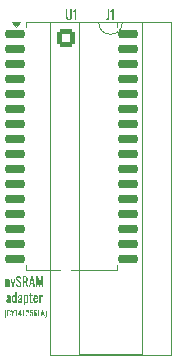
<source format=gbr>
%TF.GenerationSoftware,KiCad,Pcbnew,9.0.2*%
%TF.CreationDate,2025-08-20T10:22:47+06:00*%
%TF.ProjectId,hp3478a-fram,68703334-3738-4612-9d66-72616d2e6b69,rev?*%
%TF.SameCoordinates,Original*%
%TF.FileFunction,Legend,Top*%
%TF.FilePolarity,Positive*%
%FSLAX46Y46*%
G04 Gerber Fmt 4.6, Leading zero omitted, Abs format (unit mm)*
G04 Created by KiCad (PCBNEW 9.0.2) date 2025-08-20 10:22:47*
%MOMM*%
%LPD*%
G01*
G04 APERTURE LIST*
G04 Aperture macros list*
%AMRoundRect*
0 Rectangle with rounded corners*
0 $1 Rounding radius*
0 $2 $3 $4 $5 $6 $7 $8 $9 X,Y pos of 4 corners*
0 Add a 4 corners polygon primitive as box body*
4,1,4,$2,$3,$4,$5,$6,$7,$8,$9,$2,$3,0*
0 Add four circle primitives for the rounded corners*
1,1,$1+$1,$2,$3*
1,1,$1+$1,$4,$5*
1,1,$1+$1,$6,$7*
1,1,$1+$1,$8,$9*
0 Add four rect primitives between the rounded corners*
20,1,$1+$1,$2,$3,$4,$5,0*
20,1,$1+$1,$4,$5,$6,$7,0*
20,1,$1+$1,$6,$7,$8,$9,0*
20,1,$1+$1,$8,$9,$2,$3,0*%
G04 Aperture macros list end*
%ADD10C,0.100000*%
%ADD11C,0.150000*%
%ADD12C,0.120000*%
%ADD13RoundRect,0.250000X-0.550000X-0.550000X0.550000X-0.550000X0.550000X0.550000X-0.550000X0.550000X0*%
%ADD14C,1.600000*%
%ADD15RoundRect,0.150000X-0.737500X-0.150000X0.737500X-0.150000X0.737500X0.150000X-0.737500X0.150000X0*%
G04 APERTURE END LIST*
D10*
G36*
X63687609Y-76250799D02*
G01*
X63657579Y-76247211D01*
X63632910Y-76237738D01*
X63612445Y-76222575D01*
X63595529Y-76201095D01*
X63578730Y-76167296D01*
X63566224Y-76127509D01*
X63558435Y-76080714D01*
X63553147Y-76004179D01*
X63551107Y-75897288D01*
X63553150Y-75789815D01*
X63558435Y-75713220D01*
X63566216Y-75666403D01*
X63578718Y-75626485D01*
X63595529Y-75592472D01*
X63612475Y-75570847D01*
X63632943Y-75555711D01*
X63657593Y-75546398D01*
X63687609Y-75543105D01*
X63687609Y-75593510D01*
X63674548Y-75596041D01*
X63663211Y-75602969D01*
X63653089Y-75615096D01*
X63644194Y-75634116D01*
X63633190Y-75676402D01*
X63626700Y-75731416D01*
X63624168Y-75793089D01*
X63623189Y-75879794D01*
X63623189Y-75929497D01*
X63624250Y-76010542D01*
X63627036Y-76070211D01*
X63633856Y-76123611D01*
X63644897Y-76163299D01*
X63653646Y-76180845D01*
X63663583Y-76192155D01*
X63674740Y-76198685D01*
X63687609Y-76201095D01*
X63687609Y-76250799D01*
G37*
G36*
X63894788Y-76121289D02*
G01*
X63860523Y-76118911D01*
X63832567Y-76112322D01*
X63809792Y-76102095D01*
X63791302Y-76088454D01*
X63776482Y-76071250D01*
X63762356Y-76045835D01*
X63751629Y-76015034D01*
X63744692Y-75977824D01*
X63742197Y-75933008D01*
X63742197Y-75732790D01*
X63744723Y-75685101D01*
X63751644Y-75646645D01*
X63762167Y-75615859D01*
X63775780Y-75591404D01*
X63790238Y-75574961D01*
X63808544Y-75561818D01*
X63831381Y-75551886D01*
X63859727Y-75545442D01*
X63894788Y-75543105D01*
X63933044Y-75546150D01*
X63962984Y-75554471D01*
X63986323Y-75567276D01*
X64004330Y-75584412D01*
X64017933Y-75605607D01*
X64028322Y-75632163D01*
X64035109Y-75665232D01*
X64037578Y-75706198D01*
X64037578Y-75750986D01*
X63962687Y-75750986D01*
X63962687Y-75711113D01*
X63961670Y-75674194D01*
X63959176Y-75650908D01*
X63952855Y-75631770D01*
X63941346Y-75617294D01*
X63930982Y-75610768D01*
X63916190Y-75606362D01*
X63895490Y-75604685D01*
X63874401Y-75606463D01*
X63858852Y-75611207D01*
X63847527Y-75618362D01*
X63834704Y-75634233D01*
X63826857Y-75656159D01*
X63823356Y-75682356D01*
X63821973Y-75720914D01*
X63821973Y-75945587D01*
X63823973Y-75986624D01*
X63828964Y-76013517D01*
X63838612Y-76035177D01*
X63851740Y-76048504D01*
X63869440Y-76056105D01*
X63895490Y-76059007D01*
X63915151Y-76057285D01*
X63929671Y-76052679D01*
X63940278Y-76045696D01*
X63952080Y-76030323D01*
X63958840Y-76009303D01*
X63961592Y-75984092D01*
X63962687Y-75946289D01*
X63962687Y-75904310D01*
X64037578Y-75904310D01*
X64037578Y-75946289D01*
X64035211Y-75989544D01*
X64028694Y-76024750D01*
X64018724Y-76053243D01*
X64005735Y-76076165D01*
X63988109Y-76094921D01*
X63964769Y-76108874D01*
X63934319Y-76117951D01*
X63894788Y-76121289D01*
G37*
G36*
X64200000Y-75914812D02*
G01*
X64077481Y-75547990D01*
X64150998Y-75547990D01*
X64237796Y-75821694D01*
X64323189Y-75547990D01*
X64397378Y-75547990D01*
X64275593Y-75914812D01*
X64275593Y-76115000D01*
X64200000Y-76115000D01*
X64200000Y-75914812D01*
G37*
G36*
X64525362Y-75645992D02*
G01*
X64519746Y-75648094D01*
X64482985Y-75655792D01*
X64426657Y-75666295D01*
X64426657Y-75609600D01*
X64469988Y-75596682D01*
X64502612Y-75581860D01*
X64526578Y-75565576D01*
X64543558Y-75547990D01*
X64600252Y-75547990D01*
X64600252Y-76115000D01*
X64525362Y-76115000D01*
X64525362Y-75645992D01*
G37*
G36*
X64946528Y-75896585D02*
G01*
X65010214Y-75896585D01*
X65010214Y-75963111D01*
X64946528Y-75963111D01*
X64946528Y-76115000D01*
X64875117Y-76115000D01*
X64875117Y-75963111D01*
X64710620Y-75963111D01*
X64710620Y-75896585D01*
X64782732Y-75896585D01*
X64875117Y-75896585D01*
X64875117Y-75639001D01*
X64782732Y-75896585D01*
X64710620Y-75896585D01*
X64710620Y-75884709D01*
X64858326Y-75547990D01*
X64946528Y-75547990D01*
X64946528Y-75896585D01*
G37*
G36*
X65064741Y-75547990D02*
G01*
X65284560Y-75547990D01*
X65284560Y-75606791D01*
X65143845Y-75606791D01*
X65143845Y-75794400D01*
X65257968Y-75794400D01*
X65257968Y-75850393D01*
X65143845Y-75850393D01*
X65143845Y-76058305D01*
X65285964Y-76058305D01*
X65285964Y-76115000D01*
X65064741Y-76115000D01*
X65064741Y-75547990D01*
G37*
G36*
X65334141Y-76061785D02*
G01*
X65478336Y-75837112D01*
X65492349Y-75816107D01*
X65514613Y-75778221D01*
X65528039Y-75751017D01*
X65536258Y-75723489D01*
X65539244Y-75688704D01*
X65537502Y-75661798D01*
X65532850Y-75641497D01*
X65525933Y-75626392D01*
X65515466Y-75614530D01*
X65501410Y-75607297D01*
X65482549Y-75604685D01*
X65462900Y-75607316D01*
X65447267Y-75614764D01*
X65434653Y-75627151D01*
X65424740Y-75645596D01*
X65417947Y-75672033D01*
X65415352Y-75709007D01*
X65415352Y-75727905D01*
X65340430Y-75727905D01*
X65340430Y-75708305D01*
X65342848Y-75667768D01*
X65349530Y-75634641D01*
X65359816Y-75607674D01*
X65373342Y-75585817D01*
X65391301Y-75567879D01*
X65414102Y-75554664D01*
X65442837Y-75546182D01*
X65479038Y-75543105D01*
X65512476Y-75545808D01*
X65539812Y-75553340D01*
X65562206Y-75565174D01*
X65580521Y-75581268D01*
X65594860Y-75601134D01*
X65605545Y-75625180D01*
X65612384Y-75654251D01*
X65614837Y-75689406D01*
X65612719Y-75722633D01*
X65606777Y-75750650D01*
X65597677Y-75776437D01*
X65587543Y-75797209D01*
X65552555Y-75853202D01*
X65422343Y-76051985D01*
X65601557Y-76051985D01*
X65601557Y-76115000D01*
X65334141Y-76115000D01*
X65334141Y-76061785D01*
G37*
G36*
X65810170Y-76120587D02*
G01*
X65773454Y-76117541D01*
X65744684Y-76109201D01*
X65722201Y-76096310D01*
X65704810Y-76078943D01*
X65691838Y-76057676D01*
X65681877Y-76030932D01*
X65675347Y-75997536D01*
X65672967Y-75956089D01*
X65747858Y-75956089D01*
X65749518Y-75987761D01*
X65754025Y-76012806D01*
X65760803Y-76032415D01*
X65768673Y-76044795D01*
X65779307Y-76053562D01*
X65793252Y-76059097D01*
X65811544Y-76061113D01*
X65829921Y-76059035D01*
X65843793Y-76053343D01*
X65854256Y-76044322D01*
X65865450Y-76025482D01*
X65872117Y-75999870D01*
X65874877Y-75969880D01*
X65875963Y-75925986D01*
X65874677Y-75885439D01*
X65871414Y-75857751D01*
X65864232Y-75834430D01*
X65853188Y-75818550D01*
X65843236Y-75811306D01*
X65829935Y-75806629D01*
X65812247Y-75804903D01*
X65791818Y-75808251D01*
X65774114Y-75818214D01*
X65759732Y-75833171D01*
X65749262Y-75851797D01*
X65685546Y-75851797D01*
X65685546Y-75547990D01*
X65929849Y-75547990D01*
X65929849Y-75622911D01*
X65753445Y-75622911D01*
X65748560Y-75779685D01*
X65764554Y-75766189D01*
X65783160Y-75756437D01*
X65804890Y-75750352D01*
X65830443Y-75748208D01*
X65862360Y-75751337D01*
X65887572Y-75759997D01*
X65907543Y-75773673D01*
X65923194Y-75792660D01*
X65934499Y-75815049D01*
X65943169Y-75842443D01*
X65948814Y-75875791D01*
X65950854Y-75916186D01*
X65948511Y-75965716D01*
X65942043Y-76006435D01*
X65932156Y-76039698D01*
X65919347Y-76066700D01*
X65905309Y-76085672D01*
X65887982Y-76100391D01*
X65866911Y-76111225D01*
X65841320Y-76118117D01*
X65810170Y-76120587D01*
G37*
G36*
X66185911Y-75545620D02*
G01*
X66213137Y-75552660D01*
X66235776Y-75563746D01*
X66254601Y-75578795D01*
X66269696Y-75597606D01*
X66281037Y-75620354D01*
X66288526Y-75647819D01*
X66291695Y-75681010D01*
X66292397Y-75689406D01*
X66216804Y-75689406D01*
X66214913Y-75660584D01*
X66209971Y-75639881D01*
X66202791Y-75625354D01*
X66191837Y-75614391D01*
X66175888Y-75607336D01*
X66153087Y-75604685D01*
X66135161Y-75607429D01*
X66120507Y-75615378D01*
X66108269Y-75629069D01*
X66098342Y-75650196D01*
X66091389Y-75681351D01*
X66088699Y-75725799D01*
X66088699Y-75811894D01*
X66102221Y-75795813D01*
X66121244Y-75783196D01*
X66143861Y-75775443D01*
X66171314Y-75772693D01*
X66204153Y-75775727D01*
X66229914Y-75784075D01*
X66250126Y-75797131D01*
X66265806Y-75815039D01*
X66277184Y-75836418D01*
X66285958Y-75863046D01*
X66291710Y-75895992D01*
X66293802Y-75936489D01*
X66291368Y-75978555D01*
X66284526Y-76014317D01*
X66273802Y-76044714D01*
X66259486Y-76070547D01*
X66240357Y-76092416D01*
X66216917Y-76108035D01*
X66188289Y-76117803D01*
X66153087Y-76121289D01*
X66119097Y-76117813D01*
X66091092Y-76108005D01*
X66067805Y-76092184D01*
X66048460Y-76069845D01*
X66033969Y-76043645D01*
X66023143Y-76012992D01*
X66016253Y-75977117D01*
X66013808Y-75935115D01*
X66013808Y-75867887D01*
X66088699Y-75867887D01*
X66088699Y-75952609D01*
X66090615Y-75984625D01*
X66095835Y-76010004D01*
X66103750Y-76029972D01*
X66115965Y-76046142D01*
X66131988Y-76055647D01*
X66153087Y-76059007D01*
X66174703Y-76055651D01*
X66190943Y-76046218D01*
X66203157Y-76030308D01*
X66211097Y-76010584D01*
X66216305Y-75985755D01*
X66218209Y-75954685D01*
X66217214Y-75914200D01*
X66214698Y-75886816D01*
X66208388Y-75863420D01*
X66197204Y-75845508D01*
X66186764Y-75836944D01*
X66172483Y-75831431D01*
X66153087Y-75829388D01*
X66132513Y-75832249D01*
X66114955Y-75840593D01*
X66100075Y-75853110D01*
X66088699Y-75867887D01*
X66013808Y-75867887D01*
X66013808Y-75743995D01*
X66016140Y-75697315D01*
X66022648Y-75658076D01*
X66032731Y-75625195D01*
X66045987Y-75597724D01*
X66060360Y-75578296D01*
X66077730Y-75563342D01*
X66098479Y-75552433D01*
X66123289Y-75545553D01*
X66153087Y-75543105D01*
X66185911Y-75545620D01*
G37*
G36*
X66368998Y-75547990D02*
G01*
X66448102Y-75547990D01*
X66448102Y-76058305D01*
X66592999Y-76058305D01*
X66592999Y-76115000D01*
X66368998Y-76115000D01*
X66368998Y-75547990D01*
G37*
G36*
X66933474Y-76115000D02*
G01*
X66858583Y-76115000D01*
X66832663Y-75972209D01*
X66717166Y-75972209D01*
X66689872Y-76115000D01*
X66615683Y-76115000D01*
X66658036Y-75915514D01*
X66727669Y-75915514D01*
X66822160Y-75915514D01*
X66774563Y-75660006D01*
X66727669Y-75915514D01*
X66658036Y-75915514D01*
X66736065Y-75547990D01*
X66812360Y-75547990D01*
X66933474Y-76115000D01*
G37*
G36*
X66967057Y-76200393D02*
G01*
X66980127Y-76197866D01*
X66991524Y-76190940D01*
X67001752Y-76178809D01*
X67010807Y-76159788D01*
X67022070Y-76117418D01*
X67028637Y-76062151D01*
X67031171Y-76000159D01*
X67032148Y-75913408D01*
X67032148Y-75864406D01*
X67031087Y-75783338D01*
X67028301Y-75723692D01*
X67021409Y-75670314D01*
X67010105Y-75630605D01*
X67001196Y-75613056D01*
X66991151Y-75601742D01*
X66979934Y-75595215D01*
X66967057Y-75592808D01*
X66967057Y-75543105D01*
X66997461Y-75546394D01*
X67022326Y-75555673D01*
X67042869Y-75570704D01*
X67059778Y-75592106D01*
X67076593Y-75625907D01*
X67089109Y-75665704D01*
X67096903Y-75712518D01*
X67102212Y-75789025D01*
X67104261Y-75895914D01*
X67102210Y-76003391D01*
X67096903Y-76080012D01*
X67089119Y-76126806D01*
X67076607Y-76166714D01*
X67059778Y-76200729D01*
X67042853Y-76222350D01*
X67022291Y-76237624D01*
X66997422Y-76247178D01*
X66967057Y-76250799D01*
X66967057Y-76200393D01*
G37*
G36*
X63599623Y-72972658D02*
G01*
X63719449Y-72972658D01*
X63719449Y-73036503D01*
X63760754Y-73002940D01*
X63800412Y-72980592D01*
X63839034Y-72967827D01*
X63877376Y-72963670D01*
X63910320Y-72968272D01*
X63934590Y-72980970D01*
X63952407Y-73001772D01*
X63964485Y-73028036D01*
X63972119Y-73059067D01*
X63974829Y-73095854D01*
X63974829Y-73620000D01*
X63855003Y-73620000D01*
X63855003Y-73130537D01*
X63851762Y-73096346D01*
X63843768Y-73075680D01*
X63828981Y-73062639D01*
X63803468Y-73057752D01*
X63780722Y-73061422D01*
X63753258Y-73073853D01*
X63719449Y-73098101D01*
X63719449Y-73620000D01*
X63599623Y-73620000D01*
X63599623Y-72972658D01*
G37*
G36*
X64047564Y-72972658D02*
G01*
X64168513Y-72972658D01*
X64248039Y-73493433D01*
X64328688Y-72972658D01*
X64445143Y-72972658D01*
X64321947Y-73620000D01*
X64175255Y-73620000D01*
X64047564Y-72972658D01*
G37*
G36*
X64745904Y-73630062D02*
G01*
X64689483Y-73625169D01*
X64642807Y-73611430D01*
X64603995Y-73589603D01*
X64571710Y-73559525D01*
X64546229Y-73522973D01*
X64526365Y-73479371D01*
X64512409Y-73427469D01*
X64505080Y-73365743D01*
X64617090Y-73335505D01*
X64623969Y-73393334D01*
X64635631Y-73439747D01*
X64651235Y-73476678D01*
X64667913Y-73500234D01*
X64688649Y-73516668D01*
X64714176Y-73526805D01*
X64745904Y-73530411D01*
X64777611Y-73527010D01*
X64801837Y-73517683D01*
X64820349Y-73502958D01*
X64833772Y-73483187D01*
X64842397Y-73457453D01*
X64845555Y-73424019D01*
X64842698Y-73387304D01*
X64834680Y-73356685D01*
X64822010Y-73331060D01*
X64793692Y-73294520D01*
X64747027Y-73249288D01*
X64594668Y-73114856D01*
X64554289Y-73072019D01*
X64528039Y-73028101D01*
X64516960Y-72996429D01*
X64509862Y-72958874D01*
X64507327Y-72914382D01*
X64511302Y-72864918D01*
X64522477Y-72823610D01*
X64540191Y-72788966D01*
X64564431Y-72759874D01*
X64594488Y-72736533D01*
X64629731Y-72719483D01*
X64671167Y-72708763D01*
X64720112Y-72704968D01*
X64773899Y-72709060D01*
X64817725Y-72720422D01*
X64853445Y-72738161D01*
X64882484Y-72762072D01*
X64905543Y-72791840D01*
X64924610Y-72830022D01*
X64939259Y-72878378D01*
X64948625Y-72939050D01*
X64841109Y-72968164D01*
X64834485Y-72915415D01*
X64823896Y-72875387D01*
X64810286Y-72845554D01*
X64790020Y-72822317D01*
X64761020Y-72807794D01*
X64720112Y-72802421D01*
X64688969Y-72805547D01*
X64664867Y-72814133D01*
X64646204Y-72827627D01*
X64632470Y-72846000D01*
X64623682Y-72870218D01*
X64620460Y-72902072D01*
X64624063Y-72940404D01*
X64633894Y-72969874D01*
X64651078Y-72996193D01*
X64679811Y-73025268D01*
X64833245Y-73159699D01*
X64887220Y-73215336D01*
X64927864Y-73273907D01*
X64947267Y-73316218D01*
X64959109Y-73362593D01*
X64963182Y-73413907D01*
X64959065Y-73463112D01*
X64947377Y-73505005D01*
X64928639Y-73540920D01*
X64902707Y-73571835D01*
X64870826Y-73596933D01*
X64834660Y-73614984D01*
X64793386Y-73626158D01*
X64745904Y-73630062D01*
G37*
G36*
X65314066Y-72717086D02*
G01*
X65369408Y-72728773D01*
X65412540Y-72746446D01*
X65445806Y-72769351D01*
X65472341Y-72799583D01*
X65492359Y-72838817D01*
X65505439Y-72889216D01*
X65510237Y-72953607D01*
X65506245Y-73014669D01*
X65495384Y-73062590D01*
X65478901Y-73099895D01*
X65457399Y-73128622D01*
X65430775Y-73150190D01*
X65398227Y-73165268D01*
X65527041Y-73620000D01*
X65404920Y-73620000D01*
X65286218Y-73194382D01*
X65187641Y-73194382D01*
X65187641Y-73620000D01*
X65061075Y-73620000D01*
X65061075Y-73103670D01*
X65187641Y-73103670D01*
X65235806Y-73103670D01*
X65289557Y-73099296D01*
X65327167Y-73087906D01*
X65352847Y-73071186D01*
X65370887Y-73046856D01*
X65383285Y-73009386D01*
X65388116Y-72953607D01*
X65384621Y-72900754D01*
X65375806Y-72865680D01*
X65358785Y-72838026D01*
X65332135Y-72818639D01*
X65297217Y-72807795D01*
X65243670Y-72803496D01*
X65187641Y-72803496D01*
X65187641Y-73103670D01*
X65061075Y-73103670D01*
X65061075Y-72712784D01*
X65243670Y-72712784D01*
X65314066Y-72717086D01*
G37*
G36*
X66101012Y-73620000D02*
G01*
X65981186Y-73620000D01*
X65939714Y-73391535D01*
X65754920Y-73391535D01*
X65711249Y-73620000D01*
X65592547Y-73620000D01*
X65660311Y-73300823D01*
X65771724Y-73300823D01*
X65922910Y-73300823D01*
X65846755Y-72892009D01*
X65771724Y-73300823D01*
X65660311Y-73300823D01*
X65785157Y-72712784D01*
X65907229Y-72712784D01*
X66101012Y-73620000D01*
G37*
G36*
X66207404Y-72712784D02*
G01*
X66331724Y-72712784D01*
X66491849Y-73448639D01*
X66653147Y-72712784D01*
X66776343Y-72712784D01*
X66793147Y-73620000D01*
X66691200Y-73620000D01*
X66681137Y-72961423D01*
X66527704Y-73620000D01*
X66456043Y-73620000D01*
X66303684Y-72961423D01*
X66293622Y-73620000D01*
X66190600Y-73620000D01*
X66207404Y-72712784D01*
G37*
G36*
X63930197Y-74311394D02*
G01*
X63966968Y-74321616D01*
X63995965Y-74337427D01*
X64018646Y-74358668D01*
X64035747Y-74384857D01*
X64048877Y-74418137D01*
X64057502Y-74460095D01*
X64060656Y-74512639D01*
X64060656Y-74808319D01*
X64063351Y-74882213D01*
X64071842Y-74964000D01*
X63962079Y-74964000D01*
X63946399Y-74868794D01*
X63928000Y-74909194D01*
X63899895Y-74942702D01*
X63876318Y-74959247D01*
X63848535Y-74969381D01*
X63815387Y-74972939D01*
X63780176Y-74967610D01*
X63748709Y-74951690D01*
X63722424Y-74927232D01*
X63702254Y-74895709D01*
X63689638Y-74860080D01*
X63685450Y-74822876D01*
X63688408Y-74785898D01*
X63805275Y-74785898D01*
X63809339Y-74823368D01*
X63819832Y-74848082D01*
X63837569Y-74864360D01*
X63862428Y-74869917D01*
X63885022Y-74865548D01*
X63908297Y-74851452D01*
X63928486Y-74832455D01*
X63940830Y-74816184D01*
X63940830Y-74632464D01*
X63866336Y-74678968D01*
X63842100Y-74700254D01*
X63822616Y-74724348D01*
X63809768Y-74752055D01*
X63805275Y-74785898D01*
X63688408Y-74785898D01*
X63689439Y-74773012D01*
X63700535Y-74732354D01*
X63717934Y-74699143D01*
X63741629Y-74669517D01*
X63769138Y-74644410D01*
X63800781Y-74623525D01*
X63856554Y-74595605D01*
X63940830Y-74559680D01*
X63940830Y-74513762D01*
X63936911Y-74454771D01*
X63927934Y-74423588D01*
X63917015Y-74409455D01*
X63900396Y-74400586D01*
X63875861Y-74397258D01*
X63851614Y-74400816D01*
X63833558Y-74410720D01*
X63820104Y-74427209D01*
X63811024Y-74452250D01*
X63807522Y-74489143D01*
X63807522Y-74521578D01*
X63688820Y-74517133D01*
X63693412Y-74462476D01*
X63703742Y-74419184D01*
X63718806Y-74385154D01*
X63738108Y-74358668D01*
X63763109Y-74337484D01*
X63794647Y-74321639D01*
X63834196Y-74311393D01*
X63883677Y-74307670D01*
X63930197Y-74311394D01*
G37*
G36*
X64549727Y-74964000D02*
G01*
X64429902Y-74964000D01*
X64429902Y-74922576D01*
X64396107Y-74951419D01*
X64361746Y-74967632D01*
X64325708Y-74972939D01*
X64284857Y-74968768D01*
X64251700Y-74957072D01*
X64224587Y-74938315D01*
X64202512Y-74911927D01*
X64187285Y-74881480D01*
X64174951Y-74839693D01*
X64166509Y-74783587D01*
X64163335Y-74709743D01*
X64163335Y-74584300D01*
X64165774Y-74537258D01*
X64283161Y-74537258D01*
X64283161Y-74719854D01*
X64287402Y-74793394D01*
X64297718Y-74838556D01*
X64310846Y-74861148D01*
X64329657Y-74874206D01*
X64355994Y-74878856D01*
X64391259Y-74873067D01*
X64429902Y-74854237D01*
X64429902Y-74429743D01*
X64401254Y-74413370D01*
X64376142Y-74404499D01*
X64353747Y-74401752D01*
X64330753Y-74406088D01*
X64312514Y-74418842D01*
X64297849Y-74441828D01*
X64287346Y-74479299D01*
X64283161Y-74537258D01*
X64165774Y-74537258D01*
X64167784Y-74498489D01*
X64179734Y-74432174D01*
X64197480Y-74381627D01*
X64218091Y-74349293D01*
X64244860Y-74326725D01*
X64278884Y-74312708D01*
X64322386Y-74307670D01*
X64358516Y-74312911D01*
X64393991Y-74329092D01*
X64429902Y-74358082D01*
X64429902Y-74056784D01*
X64549727Y-74056784D01*
X64549727Y-74964000D01*
G37*
G36*
X64901698Y-74311394D02*
G01*
X64938469Y-74321616D01*
X64967465Y-74337427D01*
X64990146Y-74358668D01*
X65007247Y-74384857D01*
X65020377Y-74418137D01*
X65029002Y-74460095D01*
X65032156Y-74512639D01*
X65032156Y-74808319D01*
X65034851Y-74882213D01*
X65043342Y-74964000D01*
X64933579Y-74964000D01*
X64917899Y-74868794D01*
X64899501Y-74909194D01*
X64871395Y-74942702D01*
X64847818Y-74959247D01*
X64820035Y-74969381D01*
X64786887Y-74972939D01*
X64751676Y-74967610D01*
X64720209Y-74951690D01*
X64693924Y-74927232D01*
X64673754Y-74895709D01*
X64661138Y-74860080D01*
X64656950Y-74822876D01*
X64659908Y-74785898D01*
X64776776Y-74785898D01*
X64780840Y-74823368D01*
X64791332Y-74848082D01*
X64809069Y-74864360D01*
X64833928Y-74869917D01*
X64856522Y-74865548D01*
X64879797Y-74851452D01*
X64899986Y-74832455D01*
X64912330Y-74816184D01*
X64912330Y-74632464D01*
X64837836Y-74678968D01*
X64813600Y-74700254D01*
X64794117Y-74724348D01*
X64781268Y-74752055D01*
X64776776Y-74785898D01*
X64659908Y-74785898D01*
X64660939Y-74773012D01*
X64672035Y-74732354D01*
X64689434Y-74699143D01*
X64713129Y-74669517D01*
X64740638Y-74644410D01*
X64772281Y-74623525D01*
X64828055Y-74595605D01*
X64912330Y-74559680D01*
X64912330Y-74513762D01*
X64908411Y-74454771D01*
X64899434Y-74423588D01*
X64888516Y-74409455D01*
X64871897Y-74400586D01*
X64847362Y-74397258D01*
X64823114Y-74400816D01*
X64805059Y-74410720D01*
X64791604Y-74427209D01*
X64782525Y-74452250D01*
X64779023Y-74489143D01*
X64779023Y-74521578D01*
X64660321Y-74517133D01*
X64664913Y-74462476D01*
X64675242Y-74419184D01*
X64690307Y-74385154D01*
X64709609Y-74358668D01*
X64734609Y-74337484D01*
X64766147Y-74321639D01*
X64805696Y-74311393D01*
X64855178Y-74307670D01*
X64901698Y-74311394D01*
G37*
G36*
X65432305Y-74312806D02*
G01*
X65464693Y-74327045D01*
X65489694Y-74350035D01*
X65508332Y-74383288D01*
X65524579Y-74434452D01*
X65534587Y-74490051D01*
X65538032Y-74550741D01*
X65538032Y-74707496D01*
X65533428Y-74786225D01*
X65520827Y-74849340D01*
X65501639Y-74899617D01*
X65480081Y-74931812D01*
X65452900Y-74954204D01*
X65419112Y-74968014D01*
X65376734Y-74972939D01*
X65340926Y-74967184D01*
X65304768Y-74949080D01*
X65266971Y-74915835D01*
X65266971Y-75176784D01*
X65147145Y-75176784D01*
X65147145Y-74435360D01*
X65266971Y-74435360D01*
X65266971Y-74849743D01*
X65294269Y-74866046D01*
X65322821Y-74875638D01*
X65353238Y-74878856D01*
X65377714Y-74874125D01*
X65394894Y-74860713D01*
X65406434Y-74836896D01*
X65414715Y-74789214D01*
X65418206Y-74707496D01*
X65418206Y-74550741D01*
X65414318Y-74483258D01*
X65404724Y-74440392D01*
X65392410Y-74418789D01*
X65374377Y-74406246D01*
X65348743Y-74401752D01*
X65322237Y-74405222D01*
X65295219Y-74416020D01*
X65266971Y-74435360D01*
X65147145Y-74435360D01*
X65147145Y-74316658D01*
X65266971Y-74316658D01*
X65266971Y-74368145D01*
X65295468Y-74340860D01*
X65325139Y-74322283D01*
X65356460Y-74311349D01*
X65390167Y-74307670D01*
X65432305Y-74312806D01*
G37*
G36*
X65819057Y-74972939D02*
G01*
X65774676Y-74968283D01*
X65740897Y-74955554D01*
X65715203Y-74935544D01*
X65696168Y-74907558D01*
X65683699Y-74869542D01*
X65679057Y-74818382D01*
X65679057Y-74396184D01*
X65610718Y-74396184D01*
X65610718Y-74316658D01*
X65679057Y-74316658D01*
X65679057Y-74127370D01*
X65798883Y-74127370D01*
X65798883Y-74316658D01*
X65903077Y-74316658D01*
X65903077Y-74396184D01*
X65798883Y-74396184D01*
X65798883Y-74810566D01*
X65802546Y-74846314D01*
X65811193Y-74865423D01*
X65827390Y-74876566D01*
X65858283Y-74881103D01*
X65901954Y-74877782D01*
X65901954Y-74966247D01*
X65857889Y-74971341D01*
X65819057Y-74972939D01*
G37*
G36*
X66221878Y-74311874D02*
G01*
X66260249Y-74323136D01*
X66288590Y-74340154D01*
X66311643Y-74364110D01*
X66329209Y-74394132D01*
X66341249Y-74431452D01*
X66350485Y-74495315D01*
X66354145Y-74589917D01*
X66354145Y-74642576D01*
X66098764Y-74642576D01*
X66098764Y-74772464D01*
X66101164Y-74812054D01*
X66107337Y-74839599D01*
X66116106Y-74858145D01*
X66129604Y-74872483D01*
X66147598Y-74881289D01*
X66171598Y-74884474D01*
X66195394Y-74881193D01*
X66211895Y-74872359D01*
X66223084Y-74858145D01*
X66232603Y-74828108D01*
X66236517Y-74778082D01*
X66236517Y-74738856D01*
X66353021Y-74738856D01*
X66353021Y-74763525D01*
X66349814Y-74815193D01*
X66340954Y-74857313D01*
X66327302Y-74891529D01*
X66309302Y-74919205D01*
X66285669Y-74941687D01*
X66255699Y-74958334D01*
X66217957Y-74969048D01*
X66170474Y-74972939D01*
X66121044Y-74969285D01*
X66083010Y-74959403D01*
X66053970Y-74944411D01*
X66029559Y-74922844D01*
X66010177Y-74895051D01*
X65995743Y-74859854D01*
X65983628Y-74799521D01*
X65978939Y-74714237D01*
X65978939Y-74566421D01*
X65980056Y-74542876D01*
X66098764Y-74542876D01*
X66098764Y-74577607D01*
X66236517Y-74577607D01*
X66236517Y-74519380D01*
X66232628Y-74458119D01*
X66223621Y-74424760D01*
X66212465Y-74409390D01*
X66195178Y-74399791D01*
X66169351Y-74396184D01*
X66142678Y-74399871D01*
X66125094Y-74409617D01*
X66112940Y-74426133D01*
X66104333Y-74453874D01*
X66100382Y-74488086D01*
X66098764Y-74542876D01*
X65980056Y-74542876D01*
X65982247Y-74496665D01*
X65991144Y-74442505D01*
X66004342Y-74401064D01*
X66020949Y-74369854D01*
X66044387Y-74343999D01*
X66075689Y-74324787D01*
X66116794Y-74312278D01*
X66170474Y-74307670D01*
X66221878Y-74311874D01*
G37*
G36*
X66465910Y-74316658D02*
G01*
X66585736Y-74316658D01*
X66585736Y-74408494D01*
X66621730Y-74359538D01*
X66654612Y-74331215D01*
X66691163Y-74314311D01*
X66729106Y-74308794D01*
X66748157Y-74309917D01*
X66748157Y-74442101D01*
X66712706Y-74431788D01*
X66682065Y-74428619D01*
X66654235Y-74432193D01*
X66629993Y-74442639D01*
X66608658Y-74460510D01*
X66585736Y-74491341D01*
X66585736Y-74964000D01*
X66465910Y-74964000D01*
X66465910Y-74316658D01*
G37*
D11*
G36*
X72117809Y-50962537D02*
G01*
X72171165Y-50959403D01*
X72202366Y-50951937D01*
X72225405Y-50936887D01*
X72239882Y-50912760D01*
X72247002Y-50880285D01*
X72249994Y-50824784D01*
X72249994Y-50124784D01*
X72375437Y-50124784D01*
X72375437Y-50827031D01*
X72370706Y-50904509D01*
X72358633Y-50957554D01*
X72344281Y-50987578D01*
X72324457Y-51011373D01*
X72298696Y-51029801D01*
X72268964Y-51042030D01*
X72229651Y-51050238D01*
X72178333Y-51053297D01*
X72117809Y-51053297D01*
X72117809Y-50962537D01*
G37*
G36*
X72638388Y-50281588D02*
G01*
X72629403Y-50284951D01*
X72570587Y-50297268D01*
X72480461Y-50314072D01*
X72480461Y-50223360D01*
X72549791Y-50202691D01*
X72601989Y-50178976D01*
X72640335Y-50152922D01*
X72667502Y-50124784D01*
X72758214Y-50124784D01*
X72758214Y-51032000D01*
X72638388Y-51032000D01*
X72638388Y-50281588D01*
G37*
G36*
X68979009Y-51042062D02*
G01*
X68916514Y-51037230D01*
X68868025Y-51024095D01*
X68830607Y-51004009D01*
X68799099Y-50975580D01*
X68774736Y-50940497D01*
X68757237Y-50897617D01*
X68746640Y-50851613D01*
X68739652Y-50795091D01*
X68737111Y-50726256D01*
X68737111Y-50124784D01*
X68858060Y-50124784D01*
X68858060Y-50731825D01*
X68861302Y-50800828D01*
X68869829Y-50851846D01*
X68882142Y-50888678D01*
X68896825Y-50911735D01*
X68916952Y-50928156D01*
X68943654Y-50938590D01*
X68979009Y-50942411D01*
X69014391Y-50938589D01*
X69041108Y-50928153D01*
X69061242Y-50911732D01*
X69075925Y-50888678D01*
X69088238Y-50851846D01*
X69096765Y-50800828D01*
X69100007Y-50731825D01*
X69100007Y-50124784D01*
X69219833Y-50124784D01*
X69219833Y-50726256D01*
X69217286Y-50795089D01*
X69210281Y-50851611D01*
X69199658Y-50897617D01*
X69182227Y-50940537D01*
X69158049Y-50975617D01*
X69126874Y-51004009D01*
X69089821Y-51024071D01*
X69041539Y-51037217D01*
X68979009Y-51042062D01*
G37*
G36*
X69473992Y-50281588D02*
G01*
X69465006Y-50284951D01*
X69406190Y-50297268D01*
X69316064Y-50314072D01*
X69316064Y-50223360D01*
X69385395Y-50202691D01*
X69437593Y-50178976D01*
X69475939Y-50152922D01*
X69503105Y-50124784D01*
X69593817Y-50124784D01*
X69593817Y-51032000D01*
X69473992Y-51032000D01*
X69473992Y-50281588D01*
G37*
D12*
%TO.C,J1*%
X69852500Y-51235000D02*
X69852500Y-79295000D01*
X69852500Y-79295000D02*
X75152500Y-79295000D01*
X71502500Y-51235000D02*
X69852500Y-51235000D01*
X75152500Y-51235000D02*
X73502500Y-51235000D01*
X75152500Y-79295000D02*
X75152500Y-51235000D01*
X67362500Y-51175000D02*
X77642500Y-51175000D01*
X77642500Y-79355000D01*
X67362500Y-79355000D01*
X67362500Y-51175000D01*
X73502500Y-51235000D02*
G75*
G02*
X71502500Y-51235000I-1000000J0D01*
G01*
%TO.C,U1*%
X65343500Y-51216500D02*
X65343500Y-51630000D01*
X65343500Y-72213500D02*
X65343500Y-71800000D01*
X69212500Y-51216500D02*
X65343500Y-51216500D01*
X69212500Y-51216500D02*
X73081500Y-51216500D01*
X69212500Y-72213500D02*
X65343500Y-72213500D01*
X69212500Y-72213500D02*
X73081500Y-72213500D01*
X73081500Y-51216500D02*
X73081500Y-51630000D01*
X73081500Y-72213500D02*
X73081500Y-71800000D01*
X64495500Y-51630000D02*
X64155500Y-51160000D01*
X64835500Y-51160000D01*
X64495500Y-51630000D01*
G36*
X64495500Y-51630000D02*
G01*
X64155500Y-51160000D01*
X64835500Y-51160000D01*
X64495500Y-51630000D01*
G37*
%TD*%
%LPC*%
D13*
%TO.C,J1*%
X68692500Y-52565000D03*
D14*
X68692500Y-55105000D03*
X68692500Y-57645000D03*
X68692500Y-60185000D03*
X68692500Y-62725000D03*
X68692500Y-65265000D03*
X68692500Y-67805000D03*
X68692500Y-70345000D03*
X68692500Y-72885000D03*
X68692500Y-75425000D03*
X68692500Y-77965000D03*
X76312500Y-77965000D03*
X76312500Y-75425000D03*
X76312500Y-72885000D03*
X76312500Y-70345000D03*
X76312500Y-67805000D03*
X76312500Y-65265000D03*
X76312500Y-62725000D03*
X76312500Y-60185000D03*
X76312500Y-57645000D03*
X76312500Y-55105000D03*
X76312500Y-52565000D03*
%TD*%
D15*
%TO.C,U1*%
X64425000Y-52190000D03*
X64425000Y-53460000D03*
X64425000Y-54730000D03*
X64425000Y-56000000D03*
X64425000Y-57270000D03*
X64425000Y-58540000D03*
X64425000Y-59810000D03*
X64425000Y-61080000D03*
X64425000Y-62350000D03*
X64425000Y-63620000D03*
X64425000Y-64890000D03*
X64425000Y-66160000D03*
X64425000Y-67430000D03*
X64425000Y-68700000D03*
X64425000Y-69970000D03*
X64425000Y-71240000D03*
X74000000Y-71240000D03*
X74000000Y-69970000D03*
X74000000Y-68700000D03*
X74000000Y-67430000D03*
X74000000Y-66160000D03*
X74000000Y-64890000D03*
X74000000Y-63620000D03*
X74000000Y-62350000D03*
X74000000Y-61080000D03*
X74000000Y-59810000D03*
X74000000Y-58540000D03*
X74000000Y-57270000D03*
X74000000Y-56000000D03*
X74000000Y-54730000D03*
X74000000Y-53460000D03*
X74000000Y-52190000D03*
%TD*%
%LPD*%
M02*

</source>
